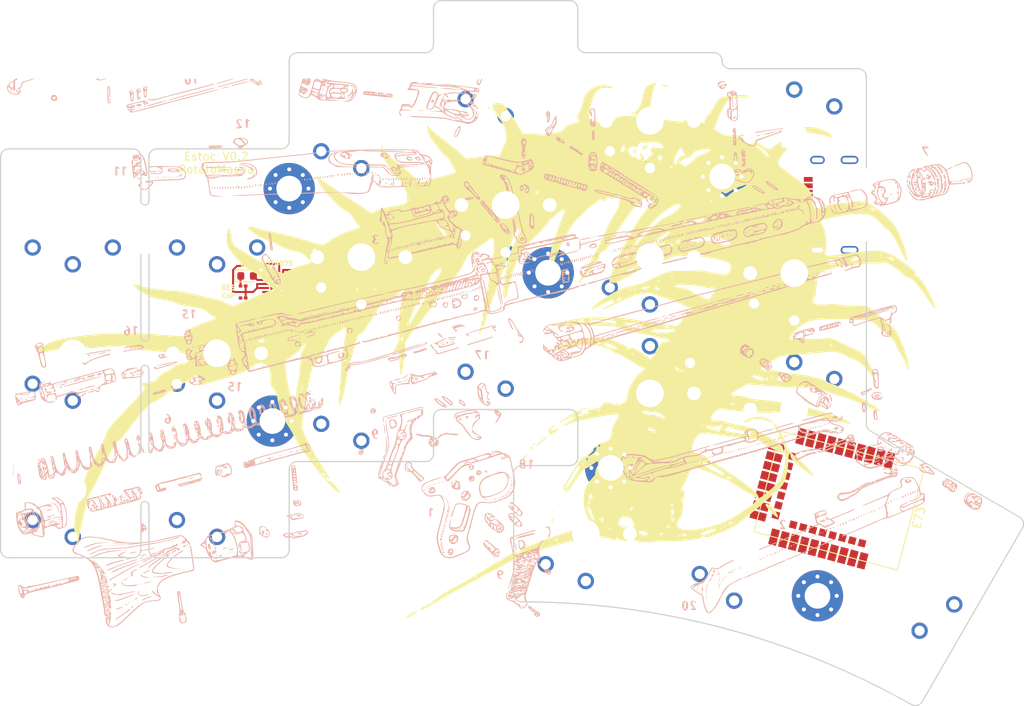
<source format=kicad_pcb>
(kicad_pcb (version 20211014) (generator pcbnew)
  (title_block (title "KeyChomp") (rev "v0.0.1") (company "Austin Rognes"))
  (layers (0 "F.Cu" signal) (31 "B.Cu" signal) (34 "B.Paste" user) (35 "F.Paste" user) (36 "B.SilkS" user "B.Silkscreen") (37 "F.SilkS" user "F.Silkscreen") (38 "B.Mask" user) (39 "F.Mask" user) (44 "Edge.Cuts" user))
  (net 0 "")
  (net 1 "GND")
  (net 2 "K1")
  (net 3 "K2")
  (net 4 "K3")
  (net 5 "K4")
  (net 6 "K5")
  (net 7 "K6")
  (net 8 "K7")
  (net 9 "K8")
  (net 10 "K9")
  (net 11 "K10")
  (net 12 "K11")
  (net 13 "K12")
  (net 14 "K13")
  (net 15 "VDDH")
  (net 16 "VBUS")
  (net 17 "D-")
  (net 18 "D+")
  (net 19 "K14")
  (net 20 "K15")
  (net 21 "K16")
  (net 22 "K17")
  (net 23 "K18")
  (net 24 "K19")
  (net 25 "K20")
  (net 26 "K21")
  (net 27 "VBAT")
  (footprint "PG1350" (layer "F.Cu") (at 125.3 119.3 180)
    (fp_text reference "S2" hide)
    (fp_text value "" hide)
  )
  (footprint "PG1350" (layer "F.Cu") (at 173.33 139.45 -15)
    (fp_text reference "S1" hide)
    (fp_text value "" hide)
  )
  (footprint "LOGO" (layer "F.Cu") (at 141.5 119.95 10)
    (fp_text reference "G***" hide)
    (fp_text value "LOGO" hide)
  )
  (footprint "PG1350" (layer "F.Cu") (at 161.3 119.3)
    (fp_text reference "S2" hide)
    (fp_text value "" hide)
  )
  (footprint "clipboard:8583f098-8525-47d3-99c4-a63cf4c513a4" (layer "F.Cu") (at 181.599999 91.18 90)
    (fp_text reference "")
    (fp_text value "")
    (fp_line (start -8.42038 0) (end -0.81962 0) (layer "Edge.Cuts") (width 0.01))
    (fp_line (start 0 6.7) (end 0 0) (layer "Edge.Cuts") (width 0.01))
    (fp_line (start -9.24 6.7) (end -9.24 0) (layer "Edge.Cuts") (width 0.01))
    (fp_arc (start -8.42038 0) (mid -8.570382 -0.040191) (end -8.680191 -0.15) (layer "Edge.Cuts") (width 0.01))
    (fp_arc (start -0.55981 -0.15) (mid -0.222356 -0.289779) (end 0 -0.000001) (layer "Edge.Cuts") (width 0.01))
    (fp_arc (start -0.55981 -0.15) (mid -0.669619 -0.040192) (end -0.81962 0) (layer "Edge.Cuts") (width 0.01))
    (fp_arc (start -9.24 0) (mid -9.017645 -0.289779) (end -8.680191 -0.15) (layer "Edge.Cuts") (width 0.01))
  )
  (footprint "PG1350" (layer "F.Cu") (at 153.3 136.8 180)
    (fp_text reference "S2" hide)
    (fp_text value "" hide)
  )
  (footprint "PG1350" (layer "F.Cu") (at 89.3 131.3 180)
    (fp_text reference "S2" hide)
    (fp_text value "" hide)
  )
  (footprint "Capacitor_SMD:C_0201_0603Metric" (layer "F.Cu") (at 114.05 108.4)
    (fp_text reference "CAP")
    (fp_text value "C_0201_0603Metric")
  )
  (footprint "Resistor_SMD:R_0201_0603Metric" (layer "F.Cu") (at 116.05 108.4)
    (fp_text reference "RES")
    (fp_text value "R_0201_0603Metric")
  )
  (footprint "2169900003:MOLEX_2169900003" (layer "F.Cu") (at 186.2 95.8 90)
    (fp_text reference "USB-C")
    (fp_text value "MOLEX_2169900003")
  )
  (footprint "PG1350" (layer "F.Cu") (at 173.33 139.45 165)
    (fp_text reference "S2" hide)
    (fp_text value "" hide)
  )
  (footprint "PG1350" (layer "F.Cu") (at 179.3 121.3)
    (fp_text reference "S2" hide)
    (fp_text value "" hide)
  )
  (footprint "MountingHole:MountingHole_3.2mm_M3" (layer "F.Cu") (at 98.3 100.35)
    (fp_text reference "REF**" hide)
    (fp_text value "MountingHole_3.2mm_M3")
  )
  (footprint "PG1350" (layer "F.Cu") (at 161.3 119.3 180)
    (fp_text reference "S1" hide)
    (fp_text value "" hide)
  )
  (footprint "" (layer "F.Cu") (at 112.3 101.1)
    (fp_text reference "")
    (fp_text value "")
  )
  (footprint "PG1350" (layer "F.Cu") (at 143.3 95.8)
    (fp_text reference "S1" hide)
    (fp_text value "" hide)
  )
  (footprint "PG1350" (layer "F.Cu") (at 161.3 102.3 180)
    (fp_text reference "S2" hide)
    (fp_text value "" hide)
  )
  (footprint "PG1350" (layer "F.Cu") (at 161.3 85.3 180)
    (fp_text reference "S2" hide)
    (fp_text value "" hide)
  )
  (footprint "PG1350" (layer "F.Cu") (at 89.3 131.3)
    (fp_text reference "S1" hide)
    (fp_text value "" hide)
  )
  (footprint "PG1350" (layer "F.Cu") (at 161.3 102.3)
    (fp_text reference "S1" hide)
    (fp_text value "" hide)
  )
  (footprint "PG1350" (layer "F.Cu") (at 143.3 78.8 180)
    (fp_text reference "S2" hide)
    (fp_text value "" hide)
  )
  (footprint "Capacitor_SMD:C_0201_0603Metric" (layer "F.Cu") (at 117.8 104.245 90)
    (fp_text reference "CAP")
    (fp_text value "C_0201_0603Metric")
  )
  (footprint "PG1350" (layer "F.Cu") (at 89.3 114.3 180)
    (fp_text reference "S2" hide)
    (fp_text value "" hide)
  )
  (footprint "MountingHole:MountingHole_3.2mm_M3_Pad_Via" (layer "F.Cu") (at 148.6 104.25)
    (fp_text reference "REF**" hide)
    (fp_text value "MountingHole_3.2mm_M3_Pad_Via")
  )
  (footprint "BQ24075TRGTT:QFN50P300X300X100-17N" (layer "F.Cu") (at 114.8 105.9 180)
    (fp_text reference "BQ24075")
    (fp_text value "BQ24075")
  )
  (footprint "PG1350" (layer "F.Cu") (at 89.3 97.3 180)
    (fp_text reference "S2" hide)
    (fp_text value "" hide)
  )
  (footprint "PG1350" (layer "F.Cu") (at 194.148784 142.675771 60)
    (fp_text reference "S1" hide)
    (fp_text value "" hide)
  )
  (footprint "PG1350" (layer "F.Cu") (at 107.3 114.3)
    (fp_text reference "S1" hide)
    (fp_text value "" hide)
  )
  (footprint "PG1350" (layer "F.Cu") (at 143.3 112.8)
    (fp_text reference "S1" hide)
    (fp_text value "" hide)
  )
  (footprint "MountingHole:MountingHole_3.2mm_M3" (layer "F.Cu") (at 98.3 128.25)
    (fp_text reference "REF**" hide)
    (fp_text value "MountingHole_3.2mm_M3")
  )
  (footprint "PG1350" (layer "F.Cu") (at 143.3 95.8 180)
    (fp_text reference "S2" hide)
    (fp_text value "" hide)
  )
  (footprint "PG1350" (layer "F.Cu") (at 125.3 85.3 180)
    (fp_text reference "S2" hide)
    (fp_text value "" hide)
  )
  (footprint "MountingHole:MountingHole_3.2mm_M3_Pad_Via" (layer "F.Cu") (at 156.4 128.6)
    (fp_text reference "REF**" hide)
    (fp_text value "MountingHole_3.2mm_M3_Pad_Via")
  )
  (footprint "PG1350" (layer "F.Cu") (at 125.3 102.3 180)
    (fp_text reference "S2" hide)
    (fp_text value "" hide)
  )
  (footprint "PG1350" (layer "F.Cu") (at 107.3 97.3 180)
    (fp_text reference "S2" hide)
    (fp_text value "" hide)
  )
  (footprint "PG1350" (layer "F.Cu") (at 89.3 97.3)
    (fp_text reference "S1" hide)
    (fp_text value "" hide)
  )
  (footprint "Resistor_SMD:R_0201_0603Metric" (layer "F.Cu") (at 116.05 109.4)
    (fp_text reference "RES")
    (fp_text value "R_0201_0603Metric")
  )
  (footprint "Resistor_SMD:R_0201_0603Metric" (layer "F.Cu") (at 110.55 105.9 180)
    (fp_text reference "RES")
    (fp_text value "R_0201_0603Metric")
  )
  (footprint "PG1350" (layer "F.Cu") (at 125.3 119.3)
    (fp_text reference "S1" hide)
    (fp_text value "" hide)
  )
  (footprint "PG1350" (layer "F.Cu") (at 143.3 112.8 180)
    (fp_text reference "S2" hide)
    (fp_text value "" hide)
  )
  (footprint "PG1350" (layer "F.Cu") (at 179.3 104.3)
    (fp_text reference "S1" hide)
    (fp_text value "" hide)
  )
  (footprint "PG1350" (layer "F.Cu") (at 179.3 87.3)
    (fp_text reference "S2" hide)
    (fp_text value "" hide)
  )
  (footprint "PG1350" (layer "F.Cu") (at 179.3 104.3 180)
    (fp_text reference "S2" hide)
    (fp_text value "" hide)
  )
  (footprint "MountingHole:MountingHole_3.2mm_M3_Pad_Via" (layer "F.Cu") (at 170.3 92.25)
    (fp_text reference "REF**" hide)
    (fp_text value "MountingHole_3.2mm_M3_Pad_Via")
  )
  (footprint "E73-2G4M08S1C:E73-2G4M08S1C" (layer "F.Cu") (at 184.65 132.6 -105)
    (fp_text reference "E73")
    (fp_text value "E73-2G4M08S1C")
  )
  (footprint "PG1350" (layer "F.Cu") (at 107.3 131.3 180)
    (fp_text reference "S2" hide)
    (fp_text value "" hide)
  )
  (footprint "PG1350" (layer "F.Cu") (at 89.3 114.3)
    (fp_text reference "S1" hide)
    (fp_text value "" hide)
  )
  (footprint "PG1350" (layer "F.Cu") (at 125.3 102.3)
    (fp_text reference "S1" hide)
    (fp_text value "" hide)
  )
  (footprint "PG1350" (layer "F.Cu") (at 107.3 131.3)
    (fp_text reference "S1" hide)
    (fp_text value "" hide)
  )
  (footprint "" (layer "F.Cu") (at 148.6 104.25)
    (fp_text reference "")
    (fp_text value "")
  )
  (footprint "PG1350" (layer "F.Cu") (at 153.3 136.8)
    (fp_text reference "S1" hide)
    (fp_text value "" hide)
  )
  (footprint "MountingHole:MountingHole_3.2mm_M3_Pad_Via" (layer "F.Cu") (at 116.3 93.75)
    (fp_text reference "REF**" hide)
    (fp_text value "MountingHole_3.2mm_M3_Pad_Via")
  )
  (footprint "PG1350" (layer "F.Cu") (at 194.148784 142.675771 -120)
    (fp_text reference "S2" hide)
    (fp_text value "" hide)
  )
  (footprint "Capacitor_SMD:C_0201_0603Metric" (layer "F.Cu") (at 110.55 107.4 180)
    (fp_text reference "CAP")
    (fp_text value "C_0201_0603Metric")
  )
  (footprint "PG1350" (layer "F.Cu") (at 107.3 97.3)
    (fp_text reference "S1" hide)
    (fp_text value "" hide)
  )
  (footprint "PG1350" (layer "F.Cu") (at 125.3 85.3)
    (fp_text reference "S1" hide)
    (fp_text value "" hide)
  )
  (footprint "PG1350" (layer "F.Cu") (at 143.3 78.8)
    (fp_text reference "S1" hide)
    (fp_text value "" hide)
  )
  (footprint "" (layer "F.Cu") (at 84.3 101.1)
    (fp_text reference "")
    (fp_text value "")
  )
  (footprint "MountingHole:MountingHole_3.2mm_M3_Pad_Via" (layer "F.Cu") (at 182.2 144.55)
    (fp_text reference "REF**" hide)
    (fp_text value "MountingHole_3.2mm_M3_Pad_Via")
  )
  (footprint "PG1350" (layer "F.Cu") (at 107.3 114.3 180)
    (fp_text reference "S2" hide)
    (fp_text value "" hide)
  )
  (footprint "PG1350" (layer "F.Cu") (at 161.3 85.3)
    (fp_text reference "S1" hide)
    (fp_text value "" hide)
  )
  (footprint "PG1350" (layer "F.Cu") (at 179.3 121.3 180)
    (fp_text reference "S1" hide)
    (fp_text value "" hide)
  )
  (footprint "MountingHole:MountingHole_3.2mm_M3_Pad_Via" (layer "F.Cu") (at 114.2 122.75)
    (fp_text reference "0" hide)
    (fp_text value "MountingHole_3.2mm_M3_Pad_Via")
  )
  (footprint "PG1350" (layer "F.Cu") (at 179.3 87.3 180)
    (fp_text reference "S1" hide)
    (fp_text value "" hide)
  )
  (footprint "LED_SMD:LED_0603_1608Metric" (layer "F.Cu") (at 111.05 104.65)
    (fp_text reference "LED")
    (fp_text value "LED_0603_1608Metric")
  )
  (footprint "LOGO" (layer "B.Cu") (at 142.8 114.475 180)
    (fp_text reference "G***" hide)
    (fp_text value "LOGO" hide)
  )
  (gr_arc (start 116.3 138.8) (mid 116.007104 139.507104) (end 115.3 139.8) (layer "Edge.Cuts") (width 0.15))
  (gr_arc (start 97.8 133.312994) (mid 98.3 132.8) (end 98.8 133.312994) (layer "Edge.Cuts") (width 0.15))
  (gr_arc (start 116.3 128.8) (mid 116.592895 128.092895) (end 117.3 127.8) (layer "Edge.Cuts") (width 0.15))
  (gr_line (start 134.3 71.3) (end 134.3 75.8) (layer "Edge.Cuts") (width 0.15))
  (gr_arc (start 153.3 76.8) (mid 152.592893 76.507107) (end 152.3 75.8) (layer "Edge.Cuts") (width 0.15))
  (gr_arc (start 171.3 78.8) (mid 170.592893 78.507107) (end 170.3 77.8) (layer "Edge.Cuts") (width 0.15))
  (gr_line (start 135.3 121.3) (end 151.292895 121.3) (layer "Edge.Cuts") (width 0.15))
  (gr_arc (start 99.800107 139.8) (mid 99.093 139.507107) (end 98.800107 138.8) (layer "Edge.Cuts") (width 0.15))
  (gr_line (start 187.3 78.8) (end 171.3 78.8) (layer "Edge.Cuts") (width 0.15))
  (gr_arc (start 81.3 139.8) (mid 80.592893 139.507107) (end 80.3 138.8) (layer "Edge.Cuts") (width 0.15))
  (gr_line (start 99.800107 88.8) (end 115.3 88.8) (layer "Edge.Cuts") (width 0.15))
  (gr_line (start 169.3 76.8) (end 153.3 76.8) (layer "Edge.Cuts") (width 0.15))
  (gr_arc (start 145.3 145.3) (mid 170.427591 148.563327) (end 193.900599 158.106025) (layer "Edge.Cuts") (width 0.15))
  (gr_line (start 116.3 138.8) (end 116.3 128.8) (layer "Edge.Cuts") (width 0.15))
  (gr_line (start 188.3 123.121374) (end 188.299999 100.42) (layer "Edge.Cuts") (width 0.15))
  (gr_line (start 97.8 133.312994) (end 97.799893 138.8) (layer "Edge.Cuts") (width 0.15))
  (gr_arc (start 134.3 122.3) (mid 134.592895 121.592895) (end 135.3 121.3) (layer "Edge.Cuts") (width 0.15))
  (gr_arc (start 151.3 121.3) (mid 152.007107 121.592893) (end 152.3 122.3) (layer "Edge.Cuts") (width 0.15))
  (gr_line (start 134.3 122.3) (end 134.3 126.8) (layer "Edge.Cuts") (width 0.15))
  (gr_arc (start 188.81 123.99) (mid 188.436928 123.625011) (end 188.3 123.121374) (layer "Edge.Cuts") (width 0.15))
  (gr_line (start 98.800107 89.8) (end 98.8 95.287499) (layer "Edge.Cuts") (width 0.15))
  (gr_arc (start 169.3 76.8) (mid 170.007107 77.092893) (end 170.3 77.8) (layer "Edge.Cuts") (width 0.15))
  (gr_line (start 97.8 99.313157) (end 97.8 112.287336) (layer "Edge.Cuts") (width 0.15))
  (gr_arc (start 97.8 116.312994) (mid 98.3 115.8) (end 98.8 116.312994) (layer "Edge.Cuts") (width 0.15))
  (gr_line (start 133.3 76.8) (end 117.3 76.8) (layer "Edge.Cuts") (width 0.15))
  (gr_line (start 144.3 144.3) (end 144.3 129.3) (layer "Edge.Cuts") (width 0.15))
  (gr_line (start 98.8 116.312994) (end 98.8 129.287336) (layer "Edge.Cuts") (width 0.15))
  (gr_arc (start 187.3 78.8) (mid 188.007107 79.092893) (end 188.3 79.8) (layer "Edge.Cuts") (width 0.15))
  (gr_line (start 97.8 116.312994) (end 97.8 129.287336) (layer "Edge.Cuts") (width 0.15))
  (gr_line (start 97.799893 89.8) (end 97.8 95.287499) (layer "Edge.Cuts") (width 0.15))
  (gr_arc (start 144.3 129.3) (mid 144.592893 128.592893) (end 145.3 128.3) (layer "Edge.Cuts") (width 0.15))
  (gr_line (start 151.3 128.3) (end 145.3 128.3) (layer "Edge.Cuts") (width 0.15))
  (gr_arc (start 98.800107 89.8) (mid 99.093 89.092893) (end 99.800107 88.8) (layer "Edge.Cuts") (width 0.15))
  (gr_line (start 195.266625 157.739999) (end 207.765395 136.095285) (layer "Edge.Cuts") (width 0.15))
  (gr_arc (start 98.8 95.287499) (mid 98.3 95.800493) (end 97.8 95.287499) (layer "Edge.Cuts") (width 0.15))
  (gr_arc (start 97.799893 138.8) (mid 97.507 139.507107) (end 96.799893 139.8) (layer "Edge.Cuts") (width 0.15))
  (gr_arc (start 134.3 126.8) (mid 134.007104 127.507104) (end 133.3 127.8) (layer "Edge.Cuts") (width 0.15))
  (gr_line (start 152.3 75.8) (end 152.3 71.3) (layer "Edge.Cuts") (width 0.15))
  (gr_arc (start 80.3 89.8) (mid 80.592893 89.092893) (end 81.3 88.8) (layer "Edge.Cuts") (width 0.15))
  (gr_line (start 81.3 88.8) (end 96.799893 88.8) (layer "Edge.Cuts") (width 0.15))
  (gr_line (start 80.3 138.8) (end 80.3 89.8) (layer "Edge.Cuts") (width 0.15))
  (gr_arc (start 145.3 145.3) (mid 144.592893 145.007107) (end 144.3 144.3) (layer "Edge.Cuts") (width 0.15))
  (gr_arc (start 98.8 112.287336) (mid 98.3 112.80033) (end 97.8 112.287336) (layer "Edge.Cuts") (width 0.15))
  (gr_arc (start 116.3 87.8) (mid 116.007107 88.507107) (end 115.3 88.8) (layer "Edge.Cuts") (width 0.15))
  (gr_arc (start 116.3 77.8) (mid 116.592893 77.092893) (end 117.3 76.8) (layer "Edge.Cuts") (width 0.15))
  (gr_line (start 116.3 77.8) (end 116.3 87.8) (layer "Edge.Cuts") (width 0.15))
  (gr_arc (start 152.3 127.3) (mid 152.007107 128.007107) (end 151.3 128.3) (layer "Edge.Cuts") (width 0.15))
  (gr_line (start 151.3 70.3) (end 135.3 70.3) (layer "Edge.Cuts") (width 0.15))
  (gr_line (start 152.3 122.3) (end 152.3 127.3) (layer "Edge.Cuts") (width 0.15))
  (gr_arc (start 207.400599 134.723339) (mid 207.868644 135.333366) (end 207.765395 136.095285) (layer "Edge.Cuts") (width 0.15))
  (gr_arc (start 134.3 71.3) (mid 134.592893 70.592893) (end 135.3 70.3) (layer "Edge.Cuts") (width 0.15))
  (gr_line (start 133.3 127.8) (end 117.3 127.8) (layer "Edge.Cuts") (width 0.15))
  (gr_arc (start 96.799893 88.8) (mid 97.507 89.092893) (end 97.799893 89.8) (layer "Edge.Cuts") (width 0.15))
  (gr_line (start 188.81 123.99) (end 207.400599 134.723339) (layer "Edge.Cuts") (width 0.15))
  (gr_line (start 188.299999 91.18) (end 188.3 79.8) (layer "Edge.Cuts") (width 0.15))
  (gr_arc (start 151.3 70.3) (mid 152.007107 70.592893) (end 152.3 71.3) (layer "Edge.Cuts") (width 0.15))
  (gr_line (start 98.8 133.312994) (end 98.800107 138.8) (layer "Edge.Cuts") (width 0.15))
  (gr_arc (start 134.3 75.8) (mid 134.007107 76.507107) (end 133.3 76.8) (layer "Edge.Cuts") (width 0.15))
  (gr_arc (start 98.8 129.287336) (mid 98.3 129.80033) (end 97.8 129.287336) (layer "Edge.Cuts") (width 0.15))
  (gr_arc (start 195.266625 157.739999) (mid 194.659419 158.205925) (end 193.900599 158.106025) (layer "Edge.Cuts") (width 0.15))
  (gr_arc (start 97.8 99.313157) (mid 98.3 98.800163) (end 98.8 99.313157) (layer "Edge.Cuts") (width 0.15))
  (gr_line (start 99.800107 139.8) (end 115.3 139.8) (layer "Edge.Cuts") (width 0.15))
  (gr_line (start 81.3 139.8) (end 96.799893 139.8) (layer "Edge.Cuts") (width 0.15))
  (gr_line (start 98.8 99.313157) (end 98.8 112.287336) (layer "Edge.Cuts") (width 0.15))
  (gr_text "Estoc V0.2\nPotatoMasha" (at 107.2 90.55) (layer "F.SilkS") (effects (font (size 1 1))))
  (segment (start 115.55 107.65) (end 116.3 107.65) (width 0.25) (layer "F.Cu") (net 0))
  (segment (start 117.05 106.65) (end 117.05 109.4) (width 0.25) (layer "F.Cu") (net 0))
  (segment (start 115.55 103.9) (end 116.8 103.9) (width 0.25) (layer "F.Cu") (net 1))
  (segment (start 117.05 109.4) (end 116.37 109.4) (width 0.25) (layer "F.Cu") (net 1))
  (segment (start 116.235 106.65) (end 117.05 106.65) (width 0.25) (layer "F.Cu") (net 1))
  (segment (start 117.8 103.925) (end 116.825 103.925) (width 0.25) (layer "F.Cu") (net 1))
  (segment (start 116.3 107.65) (end 116.37 107.72) (width 0.25) (layer "F.Cu") (net 1))
  (segment (start 116.8 105.15) (end 116.8 103.9) (width 0.25) (layer "F.Cu") (net 1))
  (segment (start 115.05 108.4) (end 115.05 107.335) (width 0.25) (layer "F.Cu") (net 1))
  (segment (start 116.825 103.925) (end 116.8 103.9) (width 0.25) (layer "F.Cu") (net 1))
  (segment (start 114.37 108.4) (end 115.05 108.4) (width 0.25) (layer "F.Cu") (net 1))
  (segment (start 115.73 108.4) (end 115.05 108.4) (width 0.25) (layer "F.Cu") (net 1))
  (segment (start 115.55 107.335) (end 115.55 107.65) (width 0.25) (layer "F.Cu") (net 1))
  (segment (start 115.55 104.465) (end 115.55 103.9) (width 0.25) (layer "F.Cu") (net 1))
  (segment (start 114.05 104.465) (end 114.05 103.9) (width 0.25) (layer "F.Cu") (net 1))
  (segment (start 115.05 109.4) (end 115.05 108.4) (width 0.25) (layer "F.Cu") (net 1))
  (segment (start 114.05 103.9) (end 112.8 103.9) (width 0.25) (layer "F.Cu") (net 1))
  (segment (start 116.37 107.72) (end 116.37 108.4) (width 0.25) (layer "F.Cu") (net 1))
  (segment (start 116.235 105.15) (end 116.8 105.15) (width 0.25) (layer "F.Cu") (net 1))
  (via (at 112.8 103.9) (size 0.8) (drill 0.4) (layers "F.Cu" "B.Cu") (net 1))
  (segment (start 143.3 84.7) (end 143.925421 84.074579) (width 0.25) (layer "B.Cu") (net 1))
  (segment (start 107.3 103.2) (end 107.3 102.75) (width 0.25) (layer "B.Cu") (net 1))
  (segment (start 107.45 120.05) (end 107.3 120.2) (width 0.25) (layer "B.Cu") (net 1))
  (segment (start 102.3 135.1) (end 102.5 135.3) (width 0.25) (layer "F.Cu") (net 2))
  (segment (start 121 123.1) (end 121.05 123.05) (width 0.25) (layer "F.Cu") (net 6))
  (segment (start 120.3 123.1) (end 121 123.1) (width 0.25) (layer "F.Cu") (net 6))
  (segment (start 113.365 105.15) (end 112.3375 105.15) (width 0.25) (layer "F.Cu") (net 15))
  (segment (start 111.8 106.65) (end 110.8 106.65) (width 0.25) (layer "F.Cu") (net 15))
  (segment (start 110.87 107.4) (end 110.87 106.58) (width 0.25) (layer "F.Cu") (net 15))
  (segment (start 110.87 105.9) (end 110.87 106.58) (width 0.25) (layer "F.Cu") (net 15))
  (segment (start 112.3 106.15) (end 112.3 105.65) (width 0.25) (layer "F.Cu") (net 15))
  (segment (start 112.05 103.4) (end 112.3 103.15) (width 0.25) (layer "F.Cu") (net 15))
  (segment (start 109.3 103.9) (end 109.8 103.4) (width 0.25) (layer "F.Cu") (net 15))
  (segment (start 115.05 103.15) (end 115.05 104.465) (width 0.25) (layer "F.Cu") (net 15))
  (segment (start 110.87 106.58) (end 110.8 106.65) (width 0.25) (layer "F.Cu") (net 15))
  (segment (start 110.8 106.65) (end 109.3325 106.65) (width 0.25) (layer "F.Cu") (net 15))
  (segment (start 112.3375 105.15) (end 111.8375 104.65) (width 0.25) (layer "F.Cu") (net 15))
  (segment (start 113.365 106.15) (end 112.3 106.15) (width 0.25) (layer "F.Cu") (net 15))
  (segment (start 112.3 105.65) (end 113.365 105.65) (width 0.25) (layer "F.Cu") (net 15))
  (segment (start 112.3 103.15) (end 115.05 103.15) (width 0.25) (layer "F.Cu") (net 15))
  (segment (start 110.23 105.9) (end 110.23 104.6825) (width 0.25) (layer "F.Cu") (net 15))
  (segment (start 112.3 106.15) (end 111.8 106.65) (width 0.25) (layer "F.Cu") (net 15))
  (segment (start 109.3 106.6175) (end 109.3 103.9) (width 0.25) (layer "F.Cu") (net 15))
  (segment (start 109.8 103.4) (end 112.05 103.4) (width 0.25) (layer "F.Cu") (net 15))
  (segment (start 113.3 107.65) (end 111.353097 109.596903) (width 0.25) (layer "F.Cu") (net 16))
  (segment (start 113.73 107.65) (end 113.73 108.4) (width 0.25) (layer "F.Cu") (net 16))
  (segment (start 114.05 107.335) (end 114.05 107.65) (width 0.25) (layer "F.Cu") (net 16))
  (segment (start 114.05 107.65) (end 113.3 107.65) (width 0.25) (layer "F.Cu") (net 16))
  (segment (start 116.235 106.15) (end 117.05 106.15) (width 0.25) (layer "F.Cu") (net 27))
  (segment (start 117.8 105.65) (end 117.05 105.65) (width 0.25) (layer "F.Cu") (net 27))
  (segment (start 117.8 105.65) (end 117.8 104.47) (width 0.25) (layer "F.Cu") (net 27))
  (segment (start 117.05 105.65) (end 116.235 105.65) (width 0.25) (layer "F.Cu") (net 27))
  (segment (start 117.8 105.65) (end 118.8 105.65) (width 0.25) (layer "F.Cu") (net 27))
  (segment (start 117.05 106.15) (end 117.05 105.65) (width 0.25) (layer "F.Cu") (net 27))
)
</source>
